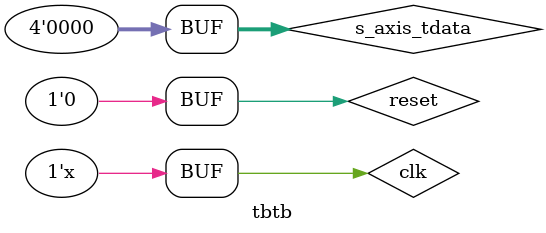
<source format=v>
`timescale 1ns / 1ns
module tbtb;

    // Testbench signals
    reg clk;
    reg reset;
    reg [3:0] s_axis_tdata;
    wire s_axis_ready;
    wire m_axis_tdata;
    wire [127:0]f;
    wire [3:0]out;

    // Instantiate the control module
    control uut (
        .clk(clk),
        .reset(reset),
        .s_axis_tdata(s_axis_tdata),
        .out(out),
        .s_axis_ready(s_axis_ready),
        .m_axis_tdata(m_axis_tdata)
        );

    // Clock generation (10ns period)
    always #5 clk = ~clk;

    initial begin
        // Initialize
        clk = 0;
        reset = 0;
        s_axis_tdata = 32'd0;

        // Apply reset
        //#20;
        //reset = 1;

        
        //s_axis_tdata = 4'b1010; // ASCII string packed into 56-bit
        
        
        //Wait for done signal
        //wait (s_axis_ready == 1);
        //#10;
        
        //$finish;
    end

endmodule

</source>
